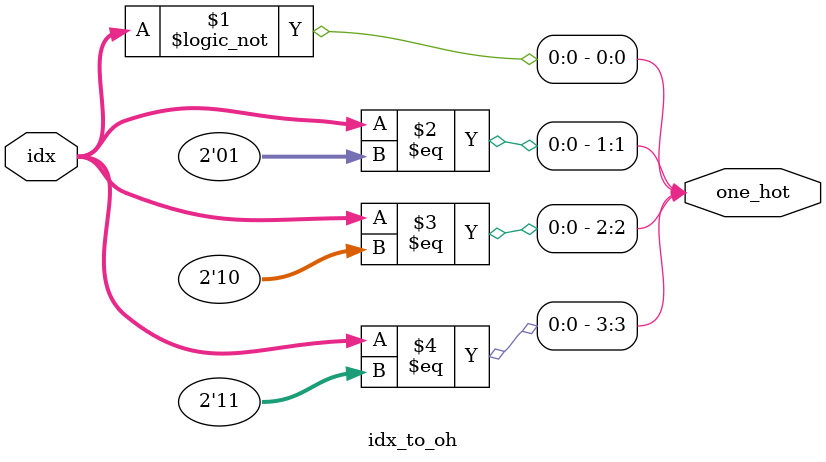
<source format=v>
module idx_to_oh #(
    parameter IDX_WIDTH   = 2               ,
    parameter OH_WIDTH    = (1 << IDX_WIDTH)  
) (
    input   [IDX_WIDTH-1:0]       idx       ,
    output  [OH_WIDTH-1 :0]       one_hot 
);
    genvar i;
    generate
        for (i = 0; i < OH_WIDTH; i = i + 1)
        begin : gen_for_blk_idx_to_oh
            assign one_hot[i] = (idx == i);
        end
    endgenerate
endmodule
</source>
